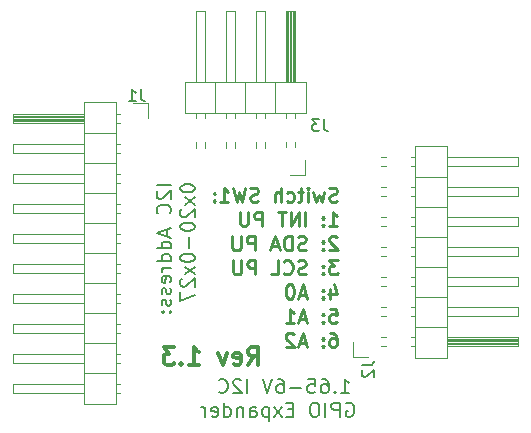
<source format=gbr>
G04 #@! TF.GenerationSoftware,KiCad,Pcbnew,5.0.0-5.0.0*
G04 #@! TF.CreationDate,2018-10-11T16:36:41-07:00*
G04 #@! TF.ProjectId,gpio-expander,6770696F2D657870616E6465722E6B69,rev?*
G04 #@! TF.SameCoordinates,Original*
G04 #@! TF.FileFunction,Legend,Bot*
G04 #@! TF.FilePolarity,Positive*
%FSLAX46Y46*%
G04 Gerber Fmt 4.6, Leading zero omitted, Abs format (unit mm)*
G04 Created by KiCad (PCBNEW 5.0.0-5.0.0) date Thu Oct 11 16:36:41 2018*
%MOMM*%
%LPD*%
G01*
G04 APERTURE LIST*
%ADD10C,0.250000*%
%ADD11C,0.300000*%
%ADD12C,0.200000*%
%ADD13C,0.120000*%
%ADD14C,0.150000*%
G04 APERTURE END LIST*
D10*
X150558928Y-94885714D02*
X150387500Y-94942857D01*
X150101785Y-94942857D01*
X149987500Y-94885714D01*
X149930357Y-94828571D01*
X149873214Y-94714285D01*
X149873214Y-94600000D01*
X149930357Y-94485714D01*
X149987500Y-94428571D01*
X150101785Y-94371428D01*
X150330357Y-94314285D01*
X150444642Y-94257142D01*
X150501785Y-94200000D01*
X150558928Y-94085714D01*
X150558928Y-93971428D01*
X150501785Y-93857142D01*
X150444642Y-93800000D01*
X150330357Y-93742857D01*
X150044642Y-93742857D01*
X149873214Y-93800000D01*
X149473214Y-94142857D02*
X149244642Y-94942857D01*
X149016071Y-94371428D01*
X148787500Y-94942857D01*
X148558928Y-94142857D01*
X148101785Y-94942857D02*
X148101785Y-94142857D01*
X148101785Y-93742857D02*
X148158928Y-93800000D01*
X148101785Y-93857142D01*
X148044642Y-93800000D01*
X148101785Y-93742857D01*
X148101785Y-93857142D01*
X147701785Y-94142857D02*
X147244642Y-94142857D01*
X147530357Y-93742857D02*
X147530357Y-94771428D01*
X147473214Y-94885714D01*
X147358928Y-94942857D01*
X147244642Y-94942857D01*
X146330357Y-94885714D02*
X146444642Y-94942857D01*
X146673214Y-94942857D01*
X146787500Y-94885714D01*
X146844642Y-94828571D01*
X146901785Y-94714285D01*
X146901785Y-94371428D01*
X146844642Y-94257142D01*
X146787500Y-94200000D01*
X146673214Y-94142857D01*
X146444642Y-94142857D01*
X146330357Y-94200000D01*
X145816071Y-94942857D02*
X145816071Y-93742857D01*
X145301785Y-94942857D02*
X145301785Y-94314285D01*
X145358928Y-94200000D01*
X145473214Y-94142857D01*
X145644642Y-94142857D01*
X145758928Y-94200000D01*
X145816071Y-94257142D01*
X143873214Y-94885714D02*
X143701785Y-94942857D01*
X143416071Y-94942857D01*
X143301785Y-94885714D01*
X143244642Y-94828571D01*
X143187500Y-94714285D01*
X143187500Y-94600000D01*
X143244642Y-94485714D01*
X143301785Y-94428571D01*
X143416071Y-94371428D01*
X143644642Y-94314285D01*
X143758928Y-94257142D01*
X143816071Y-94200000D01*
X143873214Y-94085714D01*
X143873214Y-93971428D01*
X143816071Y-93857142D01*
X143758928Y-93800000D01*
X143644642Y-93742857D01*
X143358928Y-93742857D01*
X143187500Y-93800000D01*
X142787500Y-93742857D02*
X142501785Y-94942857D01*
X142273214Y-94085714D01*
X142044642Y-94942857D01*
X141758928Y-93742857D01*
X140673214Y-94942857D02*
X141358928Y-94942857D01*
X141016071Y-94942857D02*
X141016071Y-93742857D01*
X141130357Y-93914285D01*
X141244642Y-94028571D01*
X141358928Y-94085714D01*
X140158928Y-94828571D02*
X140101785Y-94885714D01*
X140158928Y-94942857D01*
X140216071Y-94885714D01*
X140158928Y-94828571D01*
X140158928Y-94942857D01*
X140158928Y-94200000D02*
X140101785Y-94257142D01*
X140158928Y-94314285D01*
X140216071Y-94257142D01*
X140158928Y-94200000D01*
X140158928Y-94314285D01*
X149873214Y-96992857D02*
X150558928Y-96992857D01*
X150216071Y-96992857D02*
X150216071Y-95792857D01*
X150330357Y-95964285D01*
X150444642Y-96078571D01*
X150558928Y-96135714D01*
X149358928Y-96878571D02*
X149301785Y-96935714D01*
X149358928Y-96992857D01*
X149416071Y-96935714D01*
X149358928Y-96878571D01*
X149358928Y-96992857D01*
X149358928Y-96250000D02*
X149301785Y-96307142D01*
X149358928Y-96364285D01*
X149416071Y-96307142D01*
X149358928Y-96250000D01*
X149358928Y-96364285D01*
X147873214Y-96992857D02*
X147873214Y-95792857D01*
X147301785Y-96992857D02*
X147301785Y-95792857D01*
X146616071Y-96992857D01*
X146616071Y-95792857D01*
X146216071Y-95792857D02*
X145530357Y-95792857D01*
X145873214Y-96992857D02*
X145873214Y-95792857D01*
X144216071Y-96992857D02*
X144216071Y-95792857D01*
X143758928Y-95792857D01*
X143644642Y-95850000D01*
X143587500Y-95907142D01*
X143530357Y-96021428D01*
X143530357Y-96192857D01*
X143587500Y-96307142D01*
X143644642Y-96364285D01*
X143758928Y-96421428D01*
X144216071Y-96421428D01*
X143016071Y-95792857D02*
X143016071Y-96764285D01*
X142958928Y-96878571D01*
X142901785Y-96935714D01*
X142787500Y-96992857D01*
X142558928Y-96992857D01*
X142444642Y-96935714D01*
X142387500Y-96878571D01*
X142330357Y-96764285D01*
X142330357Y-95792857D01*
X150558928Y-97957142D02*
X150501785Y-97900000D01*
X150387500Y-97842857D01*
X150101785Y-97842857D01*
X149987500Y-97900000D01*
X149930357Y-97957142D01*
X149873214Y-98071428D01*
X149873214Y-98185714D01*
X149930357Y-98357142D01*
X150616071Y-99042857D01*
X149873214Y-99042857D01*
X149358928Y-98928571D02*
X149301785Y-98985714D01*
X149358928Y-99042857D01*
X149416071Y-98985714D01*
X149358928Y-98928571D01*
X149358928Y-99042857D01*
X149358928Y-98300000D02*
X149301785Y-98357142D01*
X149358928Y-98414285D01*
X149416071Y-98357142D01*
X149358928Y-98300000D01*
X149358928Y-98414285D01*
X147930357Y-98985714D02*
X147758928Y-99042857D01*
X147473214Y-99042857D01*
X147358928Y-98985714D01*
X147301785Y-98928571D01*
X147244642Y-98814285D01*
X147244642Y-98700000D01*
X147301785Y-98585714D01*
X147358928Y-98528571D01*
X147473214Y-98471428D01*
X147701785Y-98414285D01*
X147816071Y-98357142D01*
X147873214Y-98300000D01*
X147930357Y-98185714D01*
X147930357Y-98071428D01*
X147873214Y-97957142D01*
X147816071Y-97900000D01*
X147701785Y-97842857D01*
X147416071Y-97842857D01*
X147244642Y-97900000D01*
X146730357Y-99042857D02*
X146730357Y-97842857D01*
X146444642Y-97842857D01*
X146273214Y-97900000D01*
X146158928Y-98014285D01*
X146101785Y-98128571D01*
X146044642Y-98357142D01*
X146044642Y-98528571D01*
X146101785Y-98757142D01*
X146158928Y-98871428D01*
X146273214Y-98985714D01*
X146444642Y-99042857D01*
X146730357Y-99042857D01*
X145587500Y-98700000D02*
X145016071Y-98700000D01*
X145701785Y-99042857D02*
X145301785Y-97842857D01*
X144901785Y-99042857D01*
X143587500Y-99042857D02*
X143587500Y-97842857D01*
X143130357Y-97842857D01*
X143016071Y-97900000D01*
X142958928Y-97957142D01*
X142901785Y-98071428D01*
X142901785Y-98242857D01*
X142958928Y-98357142D01*
X143016071Y-98414285D01*
X143130357Y-98471428D01*
X143587500Y-98471428D01*
X142387500Y-97842857D02*
X142387500Y-98814285D01*
X142330357Y-98928571D01*
X142273214Y-98985714D01*
X142158928Y-99042857D01*
X141930357Y-99042857D01*
X141816071Y-98985714D01*
X141758928Y-98928571D01*
X141701785Y-98814285D01*
X141701785Y-97842857D01*
X150616071Y-99892857D02*
X149873214Y-99892857D01*
X150273214Y-100350000D01*
X150101785Y-100350000D01*
X149987500Y-100407142D01*
X149930357Y-100464285D01*
X149873214Y-100578571D01*
X149873214Y-100864285D01*
X149930357Y-100978571D01*
X149987500Y-101035714D01*
X150101785Y-101092857D01*
X150444642Y-101092857D01*
X150558928Y-101035714D01*
X150616071Y-100978571D01*
X149358928Y-100978571D02*
X149301785Y-101035714D01*
X149358928Y-101092857D01*
X149416071Y-101035714D01*
X149358928Y-100978571D01*
X149358928Y-101092857D01*
X149358928Y-100350000D02*
X149301785Y-100407142D01*
X149358928Y-100464285D01*
X149416071Y-100407142D01*
X149358928Y-100350000D01*
X149358928Y-100464285D01*
X147930357Y-101035714D02*
X147758928Y-101092857D01*
X147473214Y-101092857D01*
X147358928Y-101035714D01*
X147301785Y-100978571D01*
X147244642Y-100864285D01*
X147244642Y-100750000D01*
X147301785Y-100635714D01*
X147358928Y-100578571D01*
X147473214Y-100521428D01*
X147701785Y-100464285D01*
X147816071Y-100407142D01*
X147873214Y-100350000D01*
X147930357Y-100235714D01*
X147930357Y-100121428D01*
X147873214Y-100007142D01*
X147816071Y-99950000D01*
X147701785Y-99892857D01*
X147416071Y-99892857D01*
X147244642Y-99950000D01*
X146044642Y-100978571D02*
X146101785Y-101035714D01*
X146273214Y-101092857D01*
X146387500Y-101092857D01*
X146558928Y-101035714D01*
X146673214Y-100921428D01*
X146730357Y-100807142D01*
X146787500Y-100578571D01*
X146787500Y-100407142D01*
X146730357Y-100178571D01*
X146673214Y-100064285D01*
X146558928Y-99950000D01*
X146387500Y-99892857D01*
X146273214Y-99892857D01*
X146101785Y-99950000D01*
X146044642Y-100007142D01*
X144958928Y-101092857D02*
X145530357Y-101092857D01*
X145530357Y-99892857D01*
X143644642Y-101092857D02*
X143644642Y-99892857D01*
X143187500Y-99892857D01*
X143073214Y-99950000D01*
X143016071Y-100007142D01*
X142958928Y-100121428D01*
X142958928Y-100292857D01*
X143016071Y-100407142D01*
X143073214Y-100464285D01*
X143187500Y-100521428D01*
X143644642Y-100521428D01*
X142444642Y-99892857D02*
X142444642Y-100864285D01*
X142387500Y-100978571D01*
X142330357Y-101035714D01*
X142216071Y-101092857D01*
X141987500Y-101092857D01*
X141873214Y-101035714D01*
X141816071Y-100978571D01*
X141758928Y-100864285D01*
X141758928Y-99892857D01*
X149987500Y-102342857D02*
X149987500Y-103142857D01*
X150273214Y-101885714D02*
X150558928Y-102742857D01*
X149816071Y-102742857D01*
X149358928Y-103028571D02*
X149301785Y-103085714D01*
X149358928Y-103142857D01*
X149416071Y-103085714D01*
X149358928Y-103028571D01*
X149358928Y-103142857D01*
X149358928Y-102400000D02*
X149301785Y-102457142D01*
X149358928Y-102514285D01*
X149416071Y-102457142D01*
X149358928Y-102400000D01*
X149358928Y-102514285D01*
X147930357Y-102800000D02*
X147358928Y-102800000D01*
X148044642Y-103142857D02*
X147644642Y-101942857D01*
X147244642Y-103142857D01*
X146616071Y-101942857D02*
X146501785Y-101942857D01*
X146387500Y-102000000D01*
X146330357Y-102057142D01*
X146273214Y-102171428D01*
X146216071Y-102400000D01*
X146216071Y-102685714D01*
X146273214Y-102914285D01*
X146330357Y-103028571D01*
X146387500Y-103085714D01*
X146501785Y-103142857D01*
X146616071Y-103142857D01*
X146730357Y-103085714D01*
X146787500Y-103028571D01*
X146844642Y-102914285D01*
X146901785Y-102685714D01*
X146901785Y-102400000D01*
X146844642Y-102171428D01*
X146787500Y-102057142D01*
X146730357Y-102000000D01*
X146616071Y-101942857D01*
X149930357Y-103992857D02*
X150501785Y-103992857D01*
X150558928Y-104564285D01*
X150501785Y-104507142D01*
X150387500Y-104450000D01*
X150101785Y-104450000D01*
X149987500Y-104507142D01*
X149930357Y-104564285D01*
X149873214Y-104678571D01*
X149873214Y-104964285D01*
X149930357Y-105078571D01*
X149987500Y-105135714D01*
X150101785Y-105192857D01*
X150387500Y-105192857D01*
X150501785Y-105135714D01*
X150558928Y-105078571D01*
X149358928Y-105078571D02*
X149301785Y-105135714D01*
X149358928Y-105192857D01*
X149416071Y-105135714D01*
X149358928Y-105078571D01*
X149358928Y-105192857D01*
X149358928Y-104450000D02*
X149301785Y-104507142D01*
X149358928Y-104564285D01*
X149416071Y-104507142D01*
X149358928Y-104450000D01*
X149358928Y-104564285D01*
X147930357Y-104850000D02*
X147358928Y-104850000D01*
X148044642Y-105192857D02*
X147644642Y-103992857D01*
X147244642Y-105192857D01*
X146216071Y-105192857D02*
X146901785Y-105192857D01*
X146558928Y-105192857D02*
X146558928Y-103992857D01*
X146673214Y-104164285D01*
X146787500Y-104278571D01*
X146901785Y-104335714D01*
X149987500Y-106042857D02*
X150216071Y-106042857D01*
X150330357Y-106100000D01*
X150387500Y-106157142D01*
X150501785Y-106328571D01*
X150558928Y-106557142D01*
X150558928Y-107014285D01*
X150501785Y-107128571D01*
X150444642Y-107185714D01*
X150330357Y-107242857D01*
X150101785Y-107242857D01*
X149987500Y-107185714D01*
X149930357Y-107128571D01*
X149873214Y-107014285D01*
X149873214Y-106728571D01*
X149930357Y-106614285D01*
X149987500Y-106557142D01*
X150101785Y-106500000D01*
X150330357Y-106500000D01*
X150444642Y-106557142D01*
X150501785Y-106614285D01*
X150558928Y-106728571D01*
X149358928Y-107128571D02*
X149301785Y-107185714D01*
X149358928Y-107242857D01*
X149416071Y-107185714D01*
X149358928Y-107128571D01*
X149358928Y-107242857D01*
X149358928Y-106500000D02*
X149301785Y-106557142D01*
X149358928Y-106614285D01*
X149416071Y-106557142D01*
X149358928Y-106500000D01*
X149358928Y-106614285D01*
X147930357Y-106900000D02*
X147358928Y-106900000D01*
X148044642Y-107242857D02*
X147644642Y-106042857D01*
X147244642Y-107242857D01*
X146901785Y-106157142D02*
X146844642Y-106100000D01*
X146730357Y-106042857D01*
X146444642Y-106042857D01*
X146330357Y-106100000D01*
X146273214Y-106157142D01*
X146216071Y-106271428D01*
X146216071Y-106385714D01*
X146273214Y-106557142D01*
X146958928Y-107242857D01*
X146216071Y-107242857D01*
D11*
X143007142Y-108728571D02*
X143507142Y-108014285D01*
X143864285Y-108728571D02*
X143864285Y-107228571D01*
X143292857Y-107228571D01*
X143150000Y-107300000D01*
X143078571Y-107371428D01*
X143007142Y-107514285D01*
X143007142Y-107728571D01*
X143078571Y-107871428D01*
X143150000Y-107942857D01*
X143292857Y-108014285D01*
X143864285Y-108014285D01*
X141792857Y-108657142D02*
X141935714Y-108728571D01*
X142221428Y-108728571D01*
X142364285Y-108657142D01*
X142435714Y-108514285D01*
X142435714Y-107942857D01*
X142364285Y-107800000D01*
X142221428Y-107728571D01*
X141935714Y-107728571D01*
X141792857Y-107800000D01*
X141721428Y-107942857D01*
X141721428Y-108085714D01*
X142435714Y-108228571D01*
X141221428Y-107728571D02*
X140864285Y-108728571D01*
X140507142Y-107728571D01*
X138007142Y-108728571D02*
X138864285Y-108728571D01*
X138435714Y-108728571D02*
X138435714Y-107228571D01*
X138578571Y-107442857D01*
X138721428Y-107585714D01*
X138864285Y-107657142D01*
X137364285Y-108585714D02*
X137292857Y-108657142D01*
X137364285Y-108728571D01*
X137435714Y-108657142D01*
X137364285Y-108585714D01*
X137364285Y-108728571D01*
X136792857Y-107228571D02*
X135864285Y-107228571D01*
X136364285Y-107800000D01*
X136150000Y-107800000D01*
X136007142Y-107871428D01*
X135935714Y-107942857D01*
X135864285Y-108085714D01*
X135864285Y-108442857D01*
X135935714Y-108585714D01*
X136007142Y-108657142D01*
X136150000Y-108728571D01*
X136578571Y-108728571D01*
X136721428Y-108657142D01*
X136792857Y-108585714D01*
D12*
X136492857Y-93515714D02*
X135292857Y-93515714D01*
X135407142Y-94030000D02*
X135350000Y-94087142D01*
X135292857Y-94201428D01*
X135292857Y-94487142D01*
X135350000Y-94601428D01*
X135407142Y-94658571D01*
X135521428Y-94715714D01*
X135635714Y-94715714D01*
X135807142Y-94658571D01*
X136492857Y-93972857D01*
X136492857Y-94715714D01*
X136378571Y-95915714D02*
X136435714Y-95858571D01*
X136492857Y-95687142D01*
X136492857Y-95572857D01*
X136435714Y-95401428D01*
X136321428Y-95287142D01*
X136207142Y-95230000D01*
X135978571Y-95172857D01*
X135807142Y-95172857D01*
X135578571Y-95230000D01*
X135464285Y-95287142D01*
X135350000Y-95401428D01*
X135292857Y-95572857D01*
X135292857Y-95687142D01*
X135350000Y-95858571D01*
X135407142Y-95915714D01*
X136150000Y-97287142D02*
X136150000Y-97858571D01*
X136492857Y-97172857D02*
X135292857Y-97572857D01*
X136492857Y-97972857D01*
X136492857Y-98887142D02*
X135292857Y-98887142D01*
X136435714Y-98887142D02*
X136492857Y-98772857D01*
X136492857Y-98544285D01*
X136435714Y-98430000D01*
X136378571Y-98372857D01*
X136264285Y-98315714D01*
X135921428Y-98315714D01*
X135807142Y-98372857D01*
X135750000Y-98430000D01*
X135692857Y-98544285D01*
X135692857Y-98772857D01*
X135750000Y-98887142D01*
X136492857Y-99972857D02*
X135292857Y-99972857D01*
X136435714Y-99972857D02*
X136492857Y-99858571D01*
X136492857Y-99630000D01*
X136435714Y-99515714D01*
X136378571Y-99458571D01*
X136264285Y-99401428D01*
X135921428Y-99401428D01*
X135807142Y-99458571D01*
X135750000Y-99515714D01*
X135692857Y-99630000D01*
X135692857Y-99858571D01*
X135750000Y-99972857D01*
X136492857Y-100544285D02*
X135692857Y-100544285D01*
X135921428Y-100544285D02*
X135807142Y-100601428D01*
X135750000Y-100658571D01*
X135692857Y-100772857D01*
X135692857Y-100887142D01*
X136435714Y-101744285D02*
X136492857Y-101630000D01*
X136492857Y-101401428D01*
X136435714Y-101287142D01*
X136321428Y-101230000D01*
X135864285Y-101230000D01*
X135750000Y-101287142D01*
X135692857Y-101401428D01*
X135692857Y-101630000D01*
X135750000Y-101744285D01*
X135864285Y-101801428D01*
X135978571Y-101801428D01*
X136092857Y-101230000D01*
X136435714Y-102258571D02*
X136492857Y-102372857D01*
X136492857Y-102601428D01*
X136435714Y-102715714D01*
X136321428Y-102772857D01*
X136264285Y-102772857D01*
X136150000Y-102715714D01*
X136092857Y-102601428D01*
X136092857Y-102430000D01*
X136035714Y-102315714D01*
X135921428Y-102258571D01*
X135864285Y-102258571D01*
X135750000Y-102315714D01*
X135692857Y-102430000D01*
X135692857Y-102601428D01*
X135750000Y-102715714D01*
X136435714Y-103230000D02*
X136492857Y-103344285D01*
X136492857Y-103572857D01*
X136435714Y-103687142D01*
X136321428Y-103744285D01*
X136264285Y-103744285D01*
X136150000Y-103687142D01*
X136092857Y-103572857D01*
X136092857Y-103401428D01*
X136035714Y-103287142D01*
X135921428Y-103230000D01*
X135864285Y-103230000D01*
X135750000Y-103287142D01*
X135692857Y-103401428D01*
X135692857Y-103572857D01*
X135750000Y-103687142D01*
X136378571Y-104258571D02*
X136435714Y-104315714D01*
X136492857Y-104258571D01*
X136435714Y-104201428D01*
X136378571Y-104258571D01*
X136492857Y-104258571D01*
X135750000Y-104258571D02*
X135807142Y-104315714D01*
X135864285Y-104258571D01*
X135807142Y-104201428D01*
X135750000Y-104258571D01*
X135864285Y-104258571D01*
X137292857Y-93744285D02*
X137292857Y-93858571D01*
X137350000Y-93972857D01*
X137407142Y-94030000D01*
X137521428Y-94087142D01*
X137750000Y-94144285D01*
X138035714Y-94144285D01*
X138264285Y-94087142D01*
X138378571Y-94030000D01*
X138435714Y-93972857D01*
X138492857Y-93858571D01*
X138492857Y-93744285D01*
X138435714Y-93630000D01*
X138378571Y-93572857D01*
X138264285Y-93515714D01*
X138035714Y-93458571D01*
X137750000Y-93458571D01*
X137521428Y-93515714D01*
X137407142Y-93572857D01*
X137350000Y-93630000D01*
X137292857Y-93744285D01*
X138492857Y-94544285D02*
X137692857Y-95172857D01*
X137692857Y-94544285D02*
X138492857Y-95172857D01*
X137407142Y-95572857D02*
X137350000Y-95630000D01*
X137292857Y-95744285D01*
X137292857Y-96030000D01*
X137350000Y-96144285D01*
X137407142Y-96201428D01*
X137521428Y-96258571D01*
X137635714Y-96258571D01*
X137807142Y-96201428D01*
X138492857Y-95515714D01*
X138492857Y-96258571D01*
X137292857Y-97001428D02*
X137292857Y-97115714D01*
X137350000Y-97230000D01*
X137407142Y-97287142D01*
X137521428Y-97344285D01*
X137750000Y-97401428D01*
X138035714Y-97401428D01*
X138264285Y-97344285D01*
X138378571Y-97287142D01*
X138435714Y-97230000D01*
X138492857Y-97115714D01*
X138492857Y-97001428D01*
X138435714Y-96887142D01*
X138378571Y-96830000D01*
X138264285Y-96772857D01*
X138035714Y-96715714D01*
X137750000Y-96715714D01*
X137521428Y-96772857D01*
X137407142Y-96830000D01*
X137350000Y-96887142D01*
X137292857Y-97001428D01*
X138035714Y-97915714D02*
X138035714Y-98830000D01*
X137292857Y-99630000D02*
X137292857Y-99744285D01*
X137350000Y-99858571D01*
X137407142Y-99915714D01*
X137521428Y-99972857D01*
X137750000Y-100030000D01*
X138035714Y-100030000D01*
X138264285Y-99972857D01*
X138378571Y-99915714D01*
X138435714Y-99858571D01*
X138492857Y-99744285D01*
X138492857Y-99630000D01*
X138435714Y-99515714D01*
X138378571Y-99458571D01*
X138264285Y-99401428D01*
X138035714Y-99344285D01*
X137750000Y-99344285D01*
X137521428Y-99401428D01*
X137407142Y-99458571D01*
X137350000Y-99515714D01*
X137292857Y-99630000D01*
X138492857Y-100430000D02*
X137692857Y-101058571D01*
X137692857Y-100430000D02*
X138492857Y-101058571D01*
X137407142Y-101458571D02*
X137350000Y-101515714D01*
X137292857Y-101630000D01*
X137292857Y-101915714D01*
X137350000Y-102030000D01*
X137407142Y-102087142D01*
X137521428Y-102144285D01*
X137635714Y-102144285D01*
X137807142Y-102087142D01*
X138492857Y-101401428D01*
X138492857Y-102144285D01*
X137292857Y-102544285D02*
X137292857Y-103344285D01*
X138492857Y-102830000D01*
X150885714Y-111142857D02*
X151571428Y-111142857D01*
X151228571Y-111142857D02*
X151228571Y-109942857D01*
X151342857Y-110114285D01*
X151457142Y-110228571D01*
X151571428Y-110285714D01*
X150371428Y-111028571D02*
X150314285Y-111085714D01*
X150371428Y-111142857D01*
X150428571Y-111085714D01*
X150371428Y-111028571D01*
X150371428Y-111142857D01*
X149285714Y-109942857D02*
X149514285Y-109942857D01*
X149628571Y-110000000D01*
X149685714Y-110057142D01*
X149800000Y-110228571D01*
X149857142Y-110457142D01*
X149857142Y-110914285D01*
X149800000Y-111028571D01*
X149742857Y-111085714D01*
X149628571Y-111142857D01*
X149400000Y-111142857D01*
X149285714Y-111085714D01*
X149228571Y-111028571D01*
X149171428Y-110914285D01*
X149171428Y-110628571D01*
X149228571Y-110514285D01*
X149285714Y-110457142D01*
X149400000Y-110400000D01*
X149628571Y-110400000D01*
X149742857Y-110457142D01*
X149800000Y-110514285D01*
X149857142Y-110628571D01*
X148085714Y-109942857D02*
X148657142Y-109942857D01*
X148714285Y-110514285D01*
X148657142Y-110457142D01*
X148542857Y-110400000D01*
X148257142Y-110400000D01*
X148142857Y-110457142D01*
X148085714Y-110514285D01*
X148028571Y-110628571D01*
X148028571Y-110914285D01*
X148085714Y-111028571D01*
X148142857Y-111085714D01*
X148257142Y-111142857D01*
X148542857Y-111142857D01*
X148657142Y-111085714D01*
X148714285Y-111028571D01*
X147514285Y-110685714D02*
X146600000Y-110685714D01*
X145514285Y-109942857D02*
X145742857Y-109942857D01*
X145857142Y-110000000D01*
X145914285Y-110057142D01*
X146028571Y-110228571D01*
X146085714Y-110457142D01*
X146085714Y-110914285D01*
X146028571Y-111028571D01*
X145971428Y-111085714D01*
X145857142Y-111142857D01*
X145628571Y-111142857D01*
X145514285Y-111085714D01*
X145457142Y-111028571D01*
X145400000Y-110914285D01*
X145400000Y-110628571D01*
X145457142Y-110514285D01*
X145514285Y-110457142D01*
X145628571Y-110400000D01*
X145857142Y-110400000D01*
X145971428Y-110457142D01*
X146028571Y-110514285D01*
X146085714Y-110628571D01*
X145057142Y-109942857D02*
X144657142Y-111142857D01*
X144257142Y-109942857D01*
X142942857Y-111142857D02*
X142942857Y-109942857D01*
X142428571Y-110057142D02*
X142371428Y-110000000D01*
X142257142Y-109942857D01*
X141971428Y-109942857D01*
X141857142Y-110000000D01*
X141800000Y-110057142D01*
X141742857Y-110171428D01*
X141742857Y-110285714D01*
X141800000Y-110457142D01*
X142485714Y-111142857D01*
X141742857Y-111142857D01*
X140542857Y-111028571D02*
X140600000Y-111085714D01*
X140771428Y-111142857D01*
X140885714Y-111142857D01*
X141057142Y-111085714D01*
X141171428Y-110971428D01*
X141228571Y-110857142D01*
X141285714Y-110628571D01*
X141285714Y-110457142D01*
X141228571Y-110228571D01*
X141171428Y-110114285D01*
X141057142Y-110000000D01*
X140885714Y-109942857D01*
X140771428Y-109942857D01*
X140600000Y-110000000D01*
X140542857Y-110057142D01*
X151342857Y-112000000D02*
X151457142Y-111942857D01*
X151628571Y-111942857D01*
X151800000Y-112000000D01*
X151914285Y-112114285D01*
X151971428Y-112228571D01*
X152028571Y-112457142D01*
X152028571Y-112628571D01*
X151971428Y-112857142D01*
X151914285Y-112971428D01*
X151800000Y-113085714D01*
X151628571Y-113142857D01*
X151514285Y-113142857D01*
X151342857Y-113085714D01*
X151285714Y-113028571D01*
X151285714Y-112628571D01*
X151514285Y-112628571D01*
X150771428Y-113142857D02*
X150771428Y-111942857D01*
X150314285Y-111942857D01*
X150200000Y-112000000D01*
X150142857Y-112057142D01*
X150085714Y-112171428D01*
X150085714Y-112342857D01*
X150142857Y-112457142D01*
X150200000Y-112514285D01*
X150314285Y-112571428D01*
X150771428Y-112571428D01*
X149571428Y-113142857D02*
X149571428Y-111942857D01*
X148771428Y-111942857D02*
X148542857Y-111942857D01*
X148428571Y-112000000D01*
X148314285Y-112114285D01*
X148257142Y-112342857D01*
X148257142Y-112742857D01*
X148314285Y-112971428D01*
X148428571Y-113085714D01*
X148542857Y-113142857D01*
X148771428Y-113142857D01*
X148885714Y-113085714D01*
X149000000Y-112971428D01*
X149057142Y-112742857D01*
X149057142Y-112342857D01*
X149000000Y-112114285D01*
X148885714Y-112000000D01*
X148771428Y-111942857D01*
X146828571Y-112514285D02*
X146428571Y-112514285D01*
X146257142Y-113142857D02*
X146828571Y-113142857D01*
X146828571Y-111942857D01*
X146257142Y-111942857D01*
X145857142Y-113142857D02*
X145228571Y-112342857D01*
X145857142Y-112342857D02*
X145228571Y-113142857D01*
X144771428Y-112342857D02*
X144771428Y-113542857D01*
X144771428Y-112400000D02*
X144657142Y-112342857D01*
X144428571Y-112342857D01*
X144314285Y-112400000D01*
X144257142Y-112457142D01*
X144200000Y-112571428D01*
X144200000Y-112914285D01*
X144257142Y-113028571D01*
X144314285Y-113085714D01*
X144428571Y-113142857D01*
X144657142Y-113142857D01*
X144771428Y-113085714D01*
X143171428Y-113142857D02*
X143171428Y-112514285D01*
X143228571Y-112400000D01*
X143342857Y-112342857D01*
X143571428Y-112342857D01*
X143685714Y-112400000D01*
X143171428Y-113085714D02*
X143285714Y-113142857D01*
X143571428Y-113142857D01*
X143685714Y-113085714D01*
X143742857Y-112971428D01*
X143742857Y-112857142D01*
X143685714Y-112742857D01*
X143571428Y-112685714D01*
X143285714Y-112685714D01*
X143171428Y-112628571D01*
X142600000Y-112342857D02*
X142600000Y-113142857D01*
X142600000Y-112457142D02*
X142542857Y-112400000D01*
X142428571Y-112342857D01*
X142257142Y-112342857D01*
X142142857Y-112400000D01*
X142085714Y-112514285D01*
X142085714Y-113142857D01*
X141000000Y-113142857D02*
X141000000Y-111942857D01*
X141000000Y-113085714D02*
X141114285Y-113142857D01*
X141342857Y-113142857D01*
X141457142Y-113085714D01*
X141514285Y-113028571D01*
X141571428Y-112914285D01*
X141571428Y-112571428D01*
X141514285Y-112457142D01*
X141457142Y-112400000D01*
X141342857Y-112342857D01*
X141114285Y-112342857D01*
X141000000Y-112400000D01*
X139971428Y-113085714D02*
X140085714Y-113142857D01*
X140314285Y-113142857D01*
X140428571Y-113085714D01*
X140485714Y-112971428D01*
X140485714Y-112514285D01*
X140428571Y-112400000D01*
X140314285Y-112342857D01*
X140085714Y-112342857D01*
X139971428Y-112400000D01*
X139914285Y-112514285D01*
X139914285Y-112628571D01*
X140485714Y-112742857D01*
X139400000Y-113142857D02*
X139400000Y-112342857D01*
X139400000Y-112571428D02*
X139342857Y-112457142D01*
X139285714Y-112400000D01*
X139171428Y-112342857D01*
X139057142Y-112342857D01*
D13*
G04 #@! TO.C,J1*
X134520000Y-86580000D02*
X133250000Y-86580000D01*
X134520000Y-87850000D02*
X134520000Y-86580000D01*
X132207071Y-111090000D02*
X131810000Y-111090000D01*
X132207071Y-110330000D02*
X131810000Y-110330000D01*
X123150000Y-111090000D02*
X129150000Y-111090000D01*
X123150000Y-110330000D02*
X123150000Y-111090000D01*
X129150000Y-110330000D02*
X123150000Y-110330000D01*
X131810000Y-109440000D02*
X129150000Y-109440000D01*
X132207071Y-108550000D02*
X131810000Y-108550000D01*
X132207071Y-107790000D02*
X131810000Y-107790000D01*
X123150000Y-108550000D02*
X129150000Y-108550000D01*
X123150000Y-107790000D02*
X123150000Y-108550000D01*
X129150000Y-107790000D02*
X123150000Y-107790000D01*
X131810000Y-106900000D02*
X129150000Y-106900000D01*
X132207071Y-106010000D02*
X131810000Y-106010000D01*
X132207071Y-105250000D02*
X131810000Y-105250000D01*
X123150000Y-106010000D02*
X129150000Y-106010000D01*
X123150000Y-105250000D02*
X123150000Y-106010000D01*
X129150000Y-105250000D02*
X123150000Y-105250000D01*
X131810000Y-104360000D02*
X129150000Y-104360000D01*
X132207071Y-103470000D02*
X131810000Y-103470000D01*
X132207071Y-102710000D02*
X131810000Y-102710000D01*
X123150000Y-103470000D02*
X129150000Y-103470000D01*
X123150000Y-102710000D02*
X123150000Y-103470000D01*
X129150000Y-102710000D02*
X123150000Y-102710000D01*
X131810000Y-101820000D02*
X129150000Y-101820000D01*
X132207071Y-100930000D02*
X131810000Y-100930000D01*
X132207071Y-100170000D02*
X131810000Y-100170000D01*
X123150000Y-100930000D02*
X129150000Y-100930000D01*
X123150000Y-100170000D02*
X123150000Y-100930000D01*
X129150000Y-100170000D02*
X123150000Y-100170000D01*
X131810000Y-99280000D02*
X129150000Y-99280000D01*
X132207071Y-98390000D02*
X131810000Y-98390000D01*
X132207071Y-97630000D02*
X131810000Y-97630000D01*
X123150000Y-98390000D02*
X129150000Y-98390000D01*
X123150000Y-97630000D02*
X123150000Y-98390000D01*
X129150000Y-97630000D02*
X123150000Y-97630000D01*
X131810000Y-96740000D02*
X129150000Y-96740000D01*
X132207071Y-95850000D02*
X131810000Y-95850000D01*
X132207071Y-95090000D02*
X131810000Y-95090000D01*
X123150000Y-95850000D02*
X129150000Y-95850000D01*
X123150000Y-95090000D02*
X123150000Y-95850000D01*
X129150000Y-95090000D02*
X123150000Y-95090000D01*
X131810000Y-94200000D02*
X129150000Y-94200000D01*
X132207071Y-93310000D02*
X131810000Y-93310000D01*
X132207071Y-92550000D02*
X131810000Y-92550000D01*
X123150000Y-93310000D02*
X129150000Y-93310000D01*
X123150000Y-92550000D02*
X123150000Y-93310000D01*
X129150000Y-92550000D02*
X123150000Y-92550000D01*
X131810000Y-91660000D02*
X129150000Y-91660000D01*
X132207071Y-90770000D02*
X131810000Y-90770000D01*
X132207071Y-90010000D02*
X131810000Y-90010000D01*
X123150000Y-90770000D02*
X129150000Y-90770000D01*
X123150000Y-90010000D02*
X123150000Y-90770000D01*
X129150000Y-90010000D02*
X123150000Y-90010000D01*
X131810000Y-89120000D02*
X129150000Y-89120000D01*
X132140000Y-88230000D02*
X131810000Y-88230000D01*
X132140000Y-87470000D02*
X131810000Y-87470000D01*
X129150000Y-88130000D02*
X123150000Y-88130000D01*
X129150000Y-88010000D02*
X123150000Y-88010000D01*
X129150000Y-87890000D02*
X123150000Y-87890000D01*
X129150000Y-87770000D02*
X123150000Y-87770000D01*
X129150000Y-87650000D02*
X123150000Y-87650000D01*
X129150000Y-87530000D02*
X123150000Y-87530000D01*
X123150000Y-88230000D02*
X129150000Y-88230000D01*
X123150000Y-87470000D02*
X123150000Y-88230000D01*
X129150000Y-87470000D02*
X123150000Y-87470000D01*
X129150000Y-86520000D02*
X131810000Y-86520000D01*
X129150000Y-112040000D02*
X129150000Y-86520000D01*
X131810000Y-112040000D02*
X129150000Y-112040000D01*
X131810000Y-86520000D02*
X131810000Y-112040000D01*
G04 #@! TO.C,J2*
X151930000Y-108070000D02*
X153200000Y-108070000D01*
X151930000Y-106800000D02*
X151930000Y-108070000D01*
X154242929Y-91180000D02*
X154697071Y-91180000D01*
X154242929Y-91940000D02*
X154697071Y-91940000D01*
X156782929Y-91180000D02*
X157180000Y-91180000D01*
X156782929Y-91940000D02*
X157180000Y-91940000D01*
X165840000Y-91180000D02*
X159840000Y-91180000D01*
X165840000Y-91940000D02*
X165840000Y-91180000D01*
X159840000Y-91940000D02*
X165840000Y-91940000D01*
X157180000Y-92830000D02*
X159840000Y-92830000D01*
X154242929Y-93720000D02*
X154697071Y-93720000D01*
X154242929Y-94480000D02*
X154697071Y-94480000D01*
X156782929Y-93720000D02*
X157180000Y-93720000D01*
X156782929Y-94480000D02*
X157180000Y-94480000D01*
X165840000Y-93720000D02*
X159840000Y-93720000D01*
X165840000Y-94480000D02*
X165840000Y-93720000D01*
X159840000Y-94480000D02*
X165840000Y-94480000D01*
X157180000Y-95370000D02*
X159840000Y-95370000D01*
X154242929Y-96260000D02*
X154697071Y-96260000D01*
X154242929Y-97020000D02*
X154697071Y-97020000D01*
X156782929Y-96260000D02*
X157180000Y-96260000D01*
X156782929Y-97020000D02*
X157180000Y-97020000D01*
X165840000Y-96260000D02*
X159840000Y-96260000D01*
X165840000Y-97020000D02*
X165840000Y-96260000D01*
X159840000Y-97020000D02*
X165840000Y-97020000D01*
X157180000Y-97910000D02*
X159840000Y-97910000D01*
X154242929Y-98800000D02*
X154697071Y-98800000D01*
X154242929Y-99560000D02*
X154697071Y-99560000D01*
X156782929Y-98800000D02*
X157180000Y-98800000D01*
X156782929Y-99560000D02*
X157180000Y-99560000D01*
X165840000Y-98800000D02*
X159840000Y-98800000D01*
X165840000Y-99560000D02*
X165840000Y-98800000D01*
X159840000Y-99560000D02*
X165840000Y-99560000D01*
X157180000Y-100450000D02*
X159840000Y-100450000D01*
X154242929Y-101340000D02*
X154697071Y-101340000D01*
X154242929Y-102100000D02*
X154697071Y-102100000D01*
X156782929Y-101340000D02*
X157180000Y-101340000D01*
X156782929Y-102100000D02*
X157180000Y-102100000D01*
X165840000Y-101340000D02*
X159840000Y-101340000D01*
X165840000Y-102100000D02*
X165840000Y-101340000D01*
X159840000Y-102100000D02*
X165840000Y-102100000D01*
X157180000Y-102990000D02*
X159840000Y-102990000D01*
X154242929Y-103880000D02*
X154697071Y-103880000D01*
X154242929Y-104640000D02*
X154697071Y-104640000D01*
X156782929Y-103880000D02*
X157180000Y-103880000D01*
X156782929Y-104640000D02*
X157180000Y-104640000D01*
X165840000Y-103880000D02*
X159840000Y-103880000D01*
X165840000Y-104640000D02*
X165840000Y-103880000D01*
X159840000Y-104640000D02*
X165840000Y-104640000D01*
X157180000Y-105530000D02*
X159840000Y-105530000D01*
X154310000Y-106420000D02*
X154697071Y-106420000D01*
X154310000Y-107180000D02*
X154697071Y-107180000D01*
X156782929Y-106420000D02*
X157180000Y-106420000D01*
X156782929Y-107180000D02*
X157180000Y-107180000D01*
X159840000Y-106520000D02*
X165840000Y-106520000D01*
X159840000Y-106640000D02*
X165840000Y-106640000D01*
X159840000Y-106760000D02*
X165840000Y-106760000D01*
X159840000Y-106880000D02*
X165840000Y-106880000D01*
X159840000Y-107000000D02*
X165840000Y-107000000D01*
X159840000Y-107120000D02*
X165840000Y-107120000D01*
X165840000Y-106420000D02*
X159840000Y-106420000D01*
X165840000Y-107180000D02*
X165840000Y-106420000D01*
X159840000Y-107180000D02*
X165840000Y-107180000D01*
X159840000Y-108130000D02*
X157180000Y-108130000D01*
X159840000Y-90230000D02*
X159840000Y-108130000D01*
X157180000Y-90230000D02*
X159840000Y-90230000D01*
X157180000Y-108130000D02*
X157180000Y-90230000D01*
G04 #@! TO.C,J3*
X147870000Y-92670000D02*
X147870000Y-91400000D01*
X146600000Y-92670000D02*
X147870000Y-92670000D01*
X138600000Y-90357071D02*
X138600000Y-89902929D01*
X139360000Y-90357071D02*
X139360000Y-89902929D01*
X138600000Y-87817071D02*
X138600000Y-87420000D01*
X139360000Y-87817071D02*
X139360000Y-87420000D01*
X138600000Y-78760000D02*
X138600000Y-84760000D01*
X139360000Y-78760000D02*
X138600000Y-78760000D01*
X139360000Y-84760000D02*
X139360000Y-78760000D01*
X140250000Y-87420000D02*
X140250000Y-84760000D01*
X141140000Y-90357071D02*
X141140000Y-89902929D01*
X141900000Y-90357071D02*
X141900000Y-89902929D01*
X141140000Y-87817071D02*
X141140000Y-87420000D01*
X141900000Y-87817071D02*
X141900000Y-87420000D01*
X141140000Y-78760000D02*
X141140000Y-84760000D01*
X141900000Y-78760000D02*
X141140000Y-78760000D01*
X141900000Y-84760000D02*
X141900000Y-78760000D01*
X142790000Y-87420000D02*
X142790000Y-84760000D01*
X143680000Y-90357071D02*
X143680000Y-89902929D01*
X144440000Y-90357071D02*
X144440000Y-89902929D01*
X143680000Y-87817071D02*
X143680000Y-87420000D01*
X144440000Y-87817071D02*
X144440000Y-87420000D01*
X143680000Y-78760000D02*
X143680000Y-84760000D01*
X144440000Y-78760000D02*
X143680000Y-78760000D01*
X144440000Y-84760000D02*
X144440000Y-78760000D01*
X145330000Y-87420000D02*
X145330000Y-84760000D01*
X146220000Y-90290000D02*
X146220000Y-89902929D01*
X146980000Y-90290000D02*
X146980000Y-89902929D01*
X146220000Y-87817071D02*
X146220000Y-87420000D01*
X146980000Y-87817071D02*
X146980000Y-87420000D01*
X146320000Y-84760000D02*
X146320000Y-78760000D01*
X146440000Y-84760000D02*
X146440000Y-78760000D01*
X146560000Y-84760000D02*
X146560000Y-78760000D01*
X146680000Y-84760000D02*
X146680000Y-78760000D01*
X146800000Y-84760000D02*
X146800000Y-78760000D01*
X146920000Y-84760000D02*
X146920000Y-78760000D01*
X146220000Y-78760000D02*
X146220000Y-84760000D01*
X146980000Y-78760000D02*
X146220000Y-78760000D01*
X146980000Y-84760000D02*
X146980000Y-78760000D01*
X147930000Y-84760000D02*
X147930000Y-87420000D01*
X137650000Y-84760000D02*
X147930000Y-84760000D01*
X137650000Y-87420000D02*
X137650000Y-84760000D01*
X147930000Y-87420000D02*
X137650000Y-87420000D01*
G04 #@! TO.C,J1*
D14*
X133933333Y-85402380D02*
X133933333Y-86116666D01*
X133980952Y-86259523D01*
X134076190Y-86354761D01*
X134219047Y-86402380D01*
X134314285Y-86402380D01*
X132933333Y-86402380D02*
X133504761Y-86402380D01*
X133219047Y-86402380D02*
X133219047Y-85402380D01*
X133314285Y-85545238D01*
X133409523Y-85640476D01*
X133504761Y-85688095D01*
G04 #@! TO.C,J2*
X152652380Y-108766666D02*
X153366666Y-108766666D01*
X153509523Y-108719047D01*
X153604761Y-108623809D01*
X153652380Y-108480952D01*
X153652380Y-108385714D01*
X152747619Y-109195238D02*
X152700000Y-109242857D01*
X152652380Y-109338095D01*
X152652380Y-109576190D01*
X152700000Y-109671428D01*
X152747619Y-109719047D01*
X152842857Y-109766666D01*
X152938095Y-109766666D01*
X153080952Y-109719047D01*
X153652380Y-109147619D01*
X153652380Y-109766666D01*
G04 #@! TO.C,J3*
X149433333Y-87952380D02*
X149433333Y-88666666D01*
X149480952Y-88809523D01*
X149576190Y-88904761D01*
X149719047Y-88952380D01*
X149814285Y-88952380D01*
X149052380Y-87952380D02*
X148433333Y-87952380D01*
X148766666Y-88333333D01*
X148623809Y-88333333D01*
X148528571Y-88380952D01*
X148480952Y-88428571D01*
X148433333Y-88523809D01*
X148433333Y-88761904D01*
X148480952Y-88857142D01*
X148528571Y-88904761D01*
X148623809Y-88952380D01*
X148909523Y-88952380D01*
X149004761Y-88904761D01*
X149052380Y-88857142D01*
G04 #@! TD*
M02*

</source>
